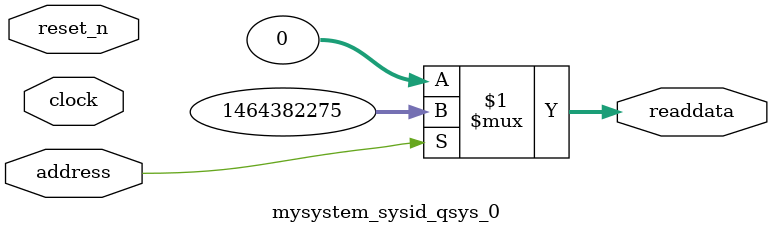
<source format=v>

`timescale 1ns / 1ps
// synthesis translate_on

// turn off superfluous verilog processor warnings 
// altera message_level Level1 
// altera message_off 10034 10035 10036 10037 10230 10240 10030 

module mysystem_sysid_qsys_0 (
               // inputs:
                address,
                clock,
                reset_n,

               // outputs:
                readdata
             )
;

  output  [ 31: 0] readdata;
  input            address;
  input            clock;
  input            reset_n;

  wire    [ 31: 0] readdata;
  //control_slave, which is an e_avalon_slave
  assign readdata = address ? 1464382275 : 0;

endmodule




</source>
